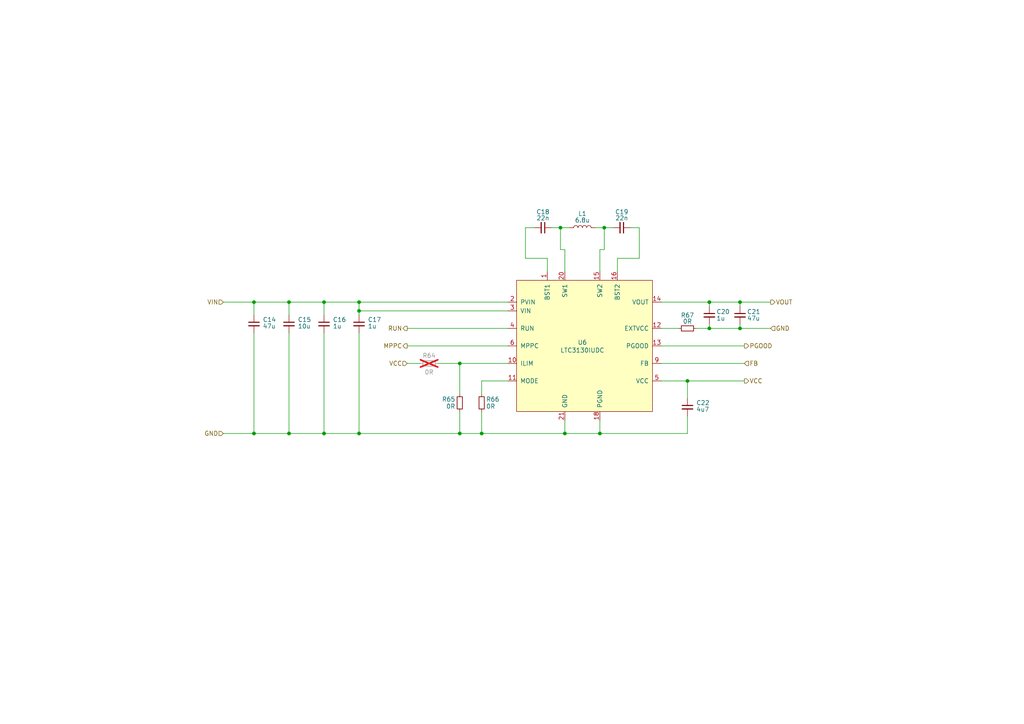
<source format=kicad_sch>
(kicad_sch (version 20250114) (generator "eeschema") (generator_version "9.0")
  (paper "A4")
  (title_block (title "Argus +Z Solar Panel") (date "2025-04-29") (rev "Rev 3.1") (company "Carnegie Mellon University") (comment 1 "N. Khera") (comment 2 "V. Kumar"))
  (lib_symbols
    (symbol "Argus-IC:LTC3130" (pin_names (offset 1.016))
      (property "Reference" "U6" (at 0 1.016 0))
      (property "Value" "LTC3130" (at 0 -1.27 0))
      (symbol "LTC3130_1_1"
        (rectangle (start -19.05 19.05) (end 20.32 -19.05) (fill (type background)))
        (pin input line (at -21.59 12.7 0) (length 2.54) (name "PVIN") (number "2"))
        (pin input line (at -21.59 10.16 0) (length 2.54) (name "VIN") (number "3"))
        (pin input line (at -21.59 5.08 0) (length 2.54) (name "RUN") (number "4"))
        (pin input line (at -21.59 0 0) (length 2.54) (name "MPPC") (number "6"))
        (pin input line (at -21.59 -5.08 0) (length 2.54) (name "ILIM") (number "10"))
        (pin input line (at -21.59 -10.16 0) (length 2.54) (name "MODE") (number "11"))
        (pin power_out line (at -10.16 21.59 270) (length 2.54) (name "BST1") (number "1"))
        (pin power_out line (at -5.08 21.59 270) (length 2.54) (name "SW1") (number "20"))
        (pin power_in line (at -5.08 -21.59 90) (length 2.54) (hide yes) (name "GND") (number "17"))
        (pin power_in line (at -5.08 -21.59 90) (length 2.54) (name "GND") (number "21"))
        (pin power_in line (at -5.08 -21.59 90) (length 2.54) (hide yes) (name "GND") (number "7"))
        (pin power_in line (at -5.08 -21.59 90) (length 2.54) (hide yes) (name "GND") (number "8"))
        (pin power_out line (at 5.08 21.59 270) (length 2.54) (name "SW2") (number "15"))
        (pin power_in line (at 5.08 -21.59 90) (length 2.54) (name "PGND") (number "18"))
        (pin power_in line (at 5.08 -21.59 90) (length 2.54) (hide yes) (name "PGND") (number "19"))
        (pin power_out line (at 10.16 21.59 270) (length 2.54) (name "BST2") (number "16"))
        (pin power_out line (at 22.86 12.7 180) (length 2.54) (name "VOUT") (number "14"))
        (pin power_out line (at 22.86 5.08 180) (length 2.54) (name "EXTVCC") (number "12"))
        (pin output line (at 22.86 0 180) (length 2.54) (name "PGOOD") (number "13"))
        (pin input line (at 22.86 -5.08 180) (length 2.54) (name "FB") (number "9"))
        (pin power_out line (at 22.86 -10.16 180) (length 2.54) (name "VCC") (number "5"))
      )
    )
    (symbol "Device:C_Small" (pin_numbers (hide yes)) (pin_names (offset 0.254) (hide yes))
      (property "Reference" "C" (at 0.254 1.778 0))
      (property "Value" "C_Small" (at 0.254 -2.032 0))
      (symbol "C_Small_0_1"
        (polyline (pts (xy -1.524 0.508) (xy 1.524 0.508)) (stroke (width 0.3048)))
        (polyline (pts (xy -1.524 -0.508) (xy 1.524 -0.508)) (stroke (width 0.3302)))
      )
      (symbol "C_Small_1_1"
        (pin passive line (at 0 2.54 270) (length 2.032) (name "~") (number "1"))
        (pin passive line (at 0 -2.54 90) (length 2.032) (name "~") (number "2"))
      )
    )
    (symbol "Device:L" (pin_numbers (hide yes)) (pin_names (offset 1.016) (hide yes))
      (property "Reference" "L" (at -1.27 0 90))
      (property "Value" "L" (at 1.905 0 90))
      (symbol "L_0_1"
        (arc (start 0 2.54) (mid 0.6323 1.905) (end 0 1.27))
        (arc (start 0 1.27) (mid 0.6323 0.635) (end 0 0))
        (arc (start 0 0) (mid 0.6323 -0.635) (end 0 -1.27))
        (arc (start 0 -1.27) (mid 0.6323 -1.905) (end 0 -2.54))
      )
      (symbol "L_1_1"
        (pin passive line (at 0 3.81 270) (length 1.27) (name "1") (number "1"))
        (pin passive line (at 0 -3.81 90) (length 1.27) (name "2") (number "2"))
      )
    )
    (symbol "Device:R_Small" (pin_numbers (hide yes)) (pin_names (offset 0.254) (hide yes))
      (property "Reference" "R" (at 0 0 90))
      (property "Value" "R_Small" (at 1.778 0 90))
      (symbol "R_Small_0_1"
        (rectangle (start -0.762 1.778) (end 0.762 -1.778) (stroke (width 0.2032)))
      )
      (symbol "R_Small_1_1"
        (pin passive line (at 0 2.54 270) (length 0.762) (name "~") (number "1"))
        (pin passive line (at 0 -2.54 90) (length 0.762) (name "~") (number "2"))
      )
    )
  )
  (junction (at 104.14 87.63))
  (junction (at 83.82 87.63))
  (junction (at 104.14 90.17))
  (junction (at 73.66 125.73))
  (junction (at 73.66 87.63))
  (junction (at 133.35 105.41))
  (junction (at 175.26 66.04))
  (junction (at 214.63 95.25))
  (junction (at 199.39 110.49))
  (junction (at 139.7 125.73))
  (junction (at 83.82 125.73))
  (junction (at 205.74 87.63))
  (junction (at 214.63 87.63))
  (junction (at 133.35 125.73))
  (junction (at 162.56 66.04))
  (junction (at 93.98 87.63))
  (junction (at 173.99 125.73))
  (junction (at 205.74 95.25))
  (junction (at 104.14 125.73))
  (junction (at 93.98 125.73))
  (junction (at 163.83 125.73))
  (wire (pts (xy 163.83 121.92) (xy 163.83 125.73)))
  (wire (pts (xy 185.42 74.93) (xy 179.07 74.93)))
  (wire (pts (xy 185.42 66.04) (xy 185.42 74.93)))
  (wire (pts (xy 162.56 66.04) (xy 162.56 72.39)))
  (wire (pts (xy 118.11 105.41) (xy 121.92 105.41)))
  (wire (pts (xy 172.72 66.04) (xy 175.26 66.04)))
  (wire (pts (xy 64.77 125.73) (xy 73.66 125.73)))
  (wire (pts (xy 173.99 72.39) (xy 173.99 78.74)))
  (wire (pts (xy 205.74 87.63) (xy 205.74 88.9)))
  (wire (pts (xy 163.83 72.39) (xy 163.83 78.74)))
  (wire (pts (xy 199.39 110.49) (xy 199.39 115.57)))
  (wire (pts (xy 73.66 87.63) (xy 83.82 87.63)))
  (wire (pts (xy 162.56 66.04) (xy 165.1 66.04)))
  (wire (pts (xy 139.7 119.38) (xy 139.7 125.73)))
  (wire (pts (xy 201.93 95.25) (xy 205.74 95.25)))
  (wire (pts (xy 83.82 125.73) (xy 93.98 125.73)))
  (wire (pts (xy 160.02 66.04) (xy 162.56 66.04)))
  (wire (pts (xy 163.83 125.73) (xy 173.99 125.73)))
  (wire (pts (xy 214.63 87.63) (xy 214.63 88.9)))
  (wire (pts (xy 104.14 90.17) (xy 147.32 90.17)))
  (wire (pts (xy 175.26 72.39) (xy 173.99 72.39)))
  (wire (pts (xy 104.14 87.63) (xy 147.32 87.63)))
  (wire (pts (xy 214.63 87.63) (xy 223.52 87.63)))
  (wire (pts (xy 118.11 95.25) (xy 147.32 95.25)))
  (wire (pts (xy 214.63 93.98) (xy 214.63 95.25)))
  (wire (pts (xy 133.35 125.73) (xy 139.7 125.73)))
  (wire (pts (xy 104.14 96.52) (xy 104.14 125.73)))
  (wire (pts (xy 154.94 66.04) (xy 152.4 66.04)))
  (wire (pts (xy 214.63 95.25) (xy 223.52 95.25)))
  (wire (pts (xy 191.77 105.41) (xy 215.9 105.41)))
  (wire (pts (xy 133.35 105.41) (xy 147.32 105.41)))
  (wire (pts (xy 179.07 74.93) (xy 179.07 78.74)))
  (wire (pts (xy 73.66 125.73) (xy 83.82 125.73)))
  (wire (pts (xy 139.7 125.73) (xy 163.83 125.73)))
  (wire (pts (xy 152.4 74.93) (xy 158.75 74.93)))
  (wire (pts (xy 175.26 66.04) (xy 175.26 72.39)))
  (wire (pts (xy 104.14 90.17) (xy 104.14 87.63)))
  (wire (pts (xy 104.14 125.73) (xy 133.35 125.73)))
  (wire (pts (xy 191.77 95.25) (xy 196.85 95.25)))
  (wire (pts (xy 199.39 120.65) (xy 199.39 125.73)))
  (wire (pts (xy 205.74 95.25) (xy 214.63 95.25)))
  (wire (pts (xy 93.98 125.73) (xy 104.14 125.73)))
  (wire (pts (xy 175.26 66.04) (xy 177.8 66.04)))
  (wire (pts (xy 64.77 87.63) (xy 73.66 87.63)))
  (wire (pts (xy 93.98 87.63) (xy 104.14 87.63)))
  (wire (pts (xy 104.14 90.17) (xy 104.14 91.44)))
  (wire (pts (xy 191.77 87.63) (xy 205.74 87.63)))
  (wire (pts (xy 205.74 87.63) (xy 214.63 87.63)))
  (wire (pts (xy 93.98 87.63) (xy 93.98 91.44)))
  (wire (pts (xy 147.32 110.49) (xy 139.7 110.49)))
  (wire (pts (xy 215.9 110.49) (xy 199.39 110.49)))
  (wire (pts (xy 93.98 96.52) (xy 93.98 125.73)))
  (wire (pts (xy 139.7 110.49) (xy 139.7 114.3)))
  (wire (pts (xy 152.4 66.04) (xy 152.4 74.93)))
  (wire (pts (xy 127 105.41) (xy 133.35 105.41)))
  (wire (pts (xy 73.66 96.52) (xy 73.66 125.73)))
  (wire (pts (xy 182.88 66.04) (xy 185.42 66.04)))
  (wire (pts (xy 133.35 119.38) (xy 133.35 125.73)))
  (wire (pts (xy 83.82 96.52) (xy 83.82 125.73)))
  (wire (pts (xy 158.75 74.93) (xy 158.75 78.74)))
  (wire (pts (xy 133.35 105.41) (xy 133.35 114.3)))
  (wire (pts (xy 162.56 72.39) (xy 163.83 72.39)))
  (wire (pts (xy 191.77 100.33) (xy 215.9 100.33)))
  (wire (pts (xy 83.82 87.63) (xy 93.98 87.63)))
  (wire (pts (xy 83.82 87.63) (xy 83.82 91.44)))
  (wire (pts (xy 199.39 125.73) (xy 173.99 125.73)))
  (wire (pts (xy 73.66 87.63) (xy 73.66 91.44)))
  (wire (pts (xy 173.99 125.73) (xy 173.99 121.92)))
  (wire (pts (xy 191.77 110.49) (xy 199.39 110.49)))
  (wire (pts (xy 118.11 100.33) (xy 147.32 100.33)))
  (wire (pts (xy 205.74 93.98) (xy 205.74 95.25)))
  (hierarchical_label "MPPC" (shape output) (at 118.11 100.33 180))
  (hierarchical_label "FB" (shape input) (at 215.9 105.41 0))
  (hierarchical_label "VCC" (shape output) (at 215.9 110.49 0))
  (hierarchical_label "GND" (shape input) (at 64.77 125.73 180))
  (hierarchical_label "VCC" (shape input) (at 118.11 105.41 180))
  (hierarchical_label "RUN" (shape output) (at 118.11 95.25 180))
  (hierarchical_label "GND" (shape input) (at 223.52 95.25 0))
  (hierarchical_label "PGOOD" (shape output) (at 215.9 100.33 0))
  (hierarchical_label "VIN" (shape input) (at 64.77 87.63 180))
  (hierarchical_label "VOUT" (shape output) (at 223.52 87.63 0))
  (symbol (lib_id "Device:C_Small") (at 157.48 66.04 270) (unit 1)
    (property "Reference" "C18" (at 157.48 61.468 90))
    (property "Value" "22n" (at 157.48 63.246 90))
    (property "Footprint" "Capacitor_SMD:C_0603_1608Metric" (effects (hide yes)))
    (property "Mfr. #" "GCM188R72A223KA37D" (effects (hide yes)))
    (property "Order" "https://www.digikey.com/product-detail/en/murata-electronics/GCM188R72A223KA37D/490-4782-1-ND/1641701" (effects (hide yes)))
    (property "Voltage" "100V" (effects (hide yes)))
  )
  (symbol (lib_id "Device:R_Small") (at 133.35 116.84 0) (unit 1)
    (property "Reference" "R65" (at 132.08 115.824 0) (effects (justify right)))
    (property "Value" "0R" (at 132.08 117.856 0) (effects (justify right)))
    (property "Footprint" "Resistor_SMD:R_0603_1608Metric" (effects (hide yes)))
    (property "Description" "Resistor, small symbol" (effects (hide yes)))
    (property "MPN" "C844915" (effects (hide yes)))
  )
  (symbol (lib_id "Device:R_Small") (at 139.7 116.84 0) (mirror y) (unit 1)
    (property "Reference" "R66" (at 140.97 115.824 0) (effects (justify right)))
    (property "Value" "0R" (at 140.97 117.856 0) (effects (justify right)))
    (property "Footprint" "Resistor_SMD:R_0603_1608Metric" (effects (hide yes)))
    (property "Description" "Resistor, small symbol" (effects (hide yes)))
    (property "MPN" "C844915" (effects (hide yes)))
  )
  (symbol (lib_id "Device:C_Small") (at 214.63 91.44 0) (unit 1)
    (property "Reference" "C21" (at 216.662 90.424 0) (effects (justify left)))
    (property "Value" "47u" (at 216.662 92.329 0) (effects (justify left)))
    (property "Footprint" "Capacitor_SMD:C_1210_3225Metric" (effects (hide yes)))
    (property "Description" "Unpolarized capacitor, small symbol" (effects (hide yes)))
    (property "Mfr. #" "GRM32EC81C476KE15L" (effects (hide yes)))
    (property "Order" "https://www.digikey.com/product-detail/en/murata-electronics/GRM32EC81C476KE15L/490-10531-1-ND/5026469" (effects (hide yes)))
    (property "Voltage" "16V" (effects (hide yes)))
  )
  (symbol (lib_id "Argus-IC:LTC3130") (at 168.91 100.33 0) (unit 1)
    (property "Reference" "U6" (at 168.91 99.314 0))
    (property "Value" "LTC3130IUDC" (at 168.91 101.6 0))
    (property "Footprint" "Package_DFN_QFN:QFN-20-1EP_3x4mm_P0.5mm_EP1.65x2.65mm" (effects (hide yes)))
    (property "MPN" "C684244" (effects (hide yes)))
  )
  (symbol (lib_id "Device:C_Small") (at 104.14 93.98 0) (unit 1)
    (property "Reference" "C17" (at 106.68 92.71 0) (effects (justify left)))
    (property "Value" "1u" (at 106.68 94.615 0) (effects (justify left)))
    (property "Footprint" "Capacitor_SMD:C_0805_2012Metric" (effects (hide yes)))
    (property "Description" "Unpolarized capacitor, small symbol" (effects (hide yes)))
    (property "MPN" "C2214844" (effects (hide yes)))
  )
  (symbol (lib_id "Device:C_Small") (at 93.98 93.98 0) (unit 1)
    (property "Reference" "C16" (at 96.52 92.71 0) (effects (justify left)))
    (property "Value" "1u" (at 96.52 94.615 0) (effects (justify left)))
    (property "Footprint" "Capacitor_SMD:C_0805_2012Metric" (effects (hide yes)))
    (property "Description" "Unpolarized capacitor, small symbol" (effects (hide yes)))
    (property "MPN" "C2214844" (effects (hide yes)))
  )
  (symbol (lib_id "Device:R_Small") (at 199.39 95.25 270) (unit 1)
    (property "Reference" "R67" (at 199.39 91.44 90))
    (property "Value" "0R" (at 199.39 93.218 90))
    (property "Footprint" "Resistor_SMD:R_0603_1608Metric" (effects (hide yes)))
    (property "Description" "Resistor, small symbol" (effects (hide yes)))
    (property "MPN" "C844915" (effects (hide yes)))
  )
  (symbol (lib_id "Device:C_Small") (at 73.66 93.98 0) (unit 1)
    (property "Reference" "C14" (at 76.2 92.71 0) (effects (justify left)))
    (property "Value" "47u" (at 76.2 94.615 0) (effects (justify left)))
    (property "Footprint" "Capacitor_SMD:C_1210_3225Metric" (effects (hide yes)))
    (property "Description" "Unpolarized capacitor, small symbol" (effects (hide yes)))
    (property "Mfr. #" "GRM32EC81C476KE15L" (effects (hide yes)))
    (property "Order" "https://www.digikey.com/product-detail/en/murata-electronics/GRM32EC81C476KE15L/490-10531-1-ND/5026469" (effects (hide yes)))
    (property "Voltage" "16V" (effects (hide yes)))
  )
  (symbol (lib_id "Device:R_Small") (at 124.46 105.41 270) (unit 1) (in_bom no) (dnp yes)
    (property "Reference" "R64" (at 124.46 103.124 90))
    (property "Value" "0R" (at 124.46 107.95 90))
    (property "Footprint" "Resistor_SMD:R_0603_1608Metric" (effects (hide yes)))
    (property "Description" "Resistor, small symbol" (effects (hide yes)))
    (property "DNI" "DNI" (effects (hide yes)))
  )
  (symbol (lib_id "Device:C_Small") (at 199.39 118.11 0) (unit 1)
    (property "Reference" "C22" (at 201.93 116.84 0) (effects (justify left)))
    (property "Value" "4u7" (at 201.93 118.745 0) (effects (justify left)))
    (property "Footprint" "Capacitor_SMD:C_0603_1608Metric" (effects (hide yes)))
    (property "Description" "Unpolarized capacitor, small symbol" (effects (hide yes)))
    (property "MPN" "C437575" (effects (hide yes)))
  )
  (symbol (lib_id "Device:L") (at 168.91 66.04 90) (unit 1)
    (property "Reference" "L1" (at 168.91 61.976 90))
    (property "Value" "6.8u" (at 168.91 63.881 90))
    (property "Footprint" "Argus-Passives:L_Coilcraft_LPS4018" (effects (hide yes)))
    (property "Mfr. #" "LPS4018-472" (effects (hide yes)))
    (property "Order" "https://www.coilcraft.com/en-us/products/power/shielded-inductors/ferrite-drum/lps/lps4018/" (effects (hide yes)))
  )
  (symbol (lib_id "Device:C_Small") (at 205.74 91.44 0) (unit 1)
    (property "Reference" "C20" (at 207.772 90.424 0) (effects (justify left)))
    (property "Value" "1u" (at 207.772 92.329 0) (effects (justify left)))
    (property "Footprint" "Capacitor_SMD:C_0805_2012Metric" (effects (hide yes)))
    (property "Description" "Unpolarized capacitor, small symbol" (effects (hide yes)))
    (property "MPN" "C2214844" (effects (hide yes)))
  )
  (symbol (lib_id "Device:C_Small") (at 180.34 66.04 270) (unit 1)
    (property "Reference" "C19" (at 180.34 61.468 90))
    (property "Value" "22n" (at 180.34 63.246 90))
    (property "Footprint" "Capacitor_SMD:C_0603_1608Metric" (effects (hide yes)))
    (property "Mfr. #" "GCM188R72A223KA37D" (effects (hide yes)))
    (property "Order" "https://www.digikey.com/product-detail/en/murata-electronics/GCM188R72A223KA37D/490-4782-1-ND/1641701" (effects (hide yes)))
    (property "Voltage" "100V" (effects (hide yes)))
  )
  (symbol (lib_id "Device:C_Small") (at 83.82 93.98 0) (unit 1)
    (property "Reference" "C15" (at 86.36 92.71 0) (effects (justify left)))
    (property "Value" "10u" (at 86.36 94.615 0) (effects (justify left)))
    (property "Footprint" "Capacitor_SMD:C_1210_3225Metric" (effects (hide yes)))
    (property "Description" "Unpolarized capacitor, small symbol" (effects (hide yes)))
    (property "MPN" "C126617" (effects (hide yes)))
  )
)
</source>
